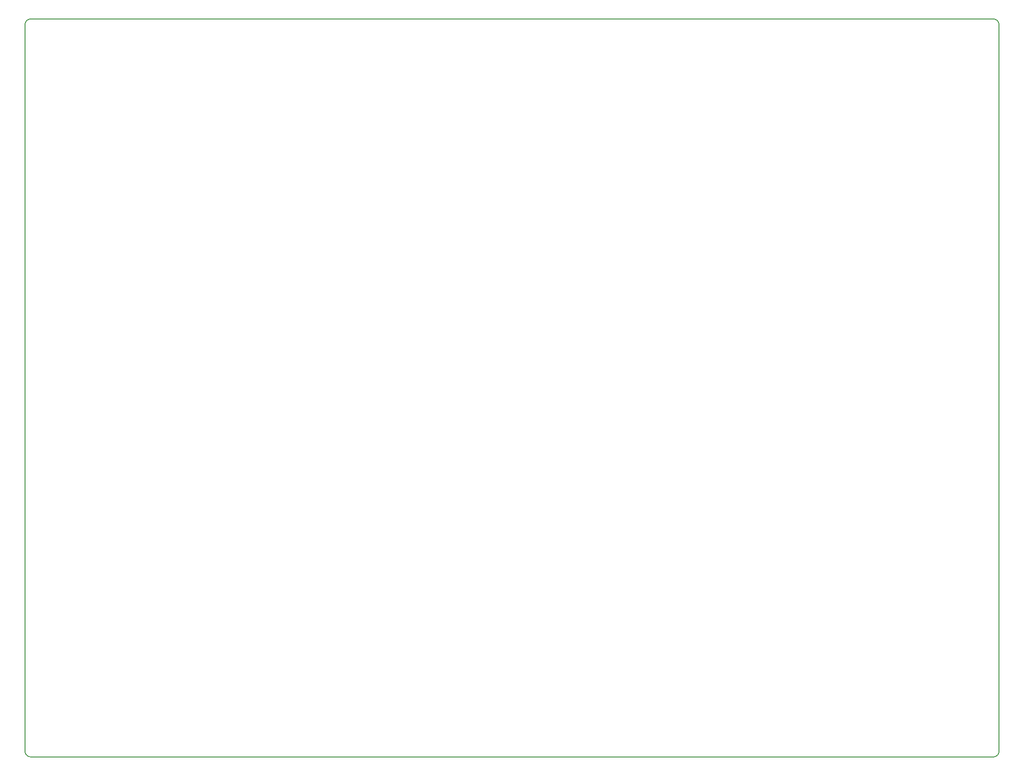
<source format=gko>
G04*
G04 #@! TF.GenerationSoftware,Altium Limited,Altium Designer,20.2.3 (150)*
G04*
G04 Layer_Color=16711935*
%FSTAX24Y24*%
%MOIN*%
G70*
G04*
G04 #@! TF.SameCoordinates,FD17E350-08D3-4DFF-A4DB-8DFB896FC0A1*
G04*
G04*
G04 #@! TF.FilePolarity,Positive*
G04*
G01*
G75*
%ADD12C,0.0079*%
D12*
X212099Y107275D02*
G03*
X212553Y10685I000425J-0D01*
G01*
X212512Y15995D02*
G03*
X2121Y159562I-000002J-000411D01*
G01*
X28215Y159541D02*
G03*
X28175Y15995I-000425J-000015D01*
G01*
X281711Y10685D02*
G03*
X28215Y10725I000015J000425D01*
G01*
X2121Y107274D02*
Y159563D01*
X21255Y10685D02*
X28175D01*
X28215Y10725D02*
Y159541D01*
X212516Y15995D02*
X28175D01*
M02*

</source>
